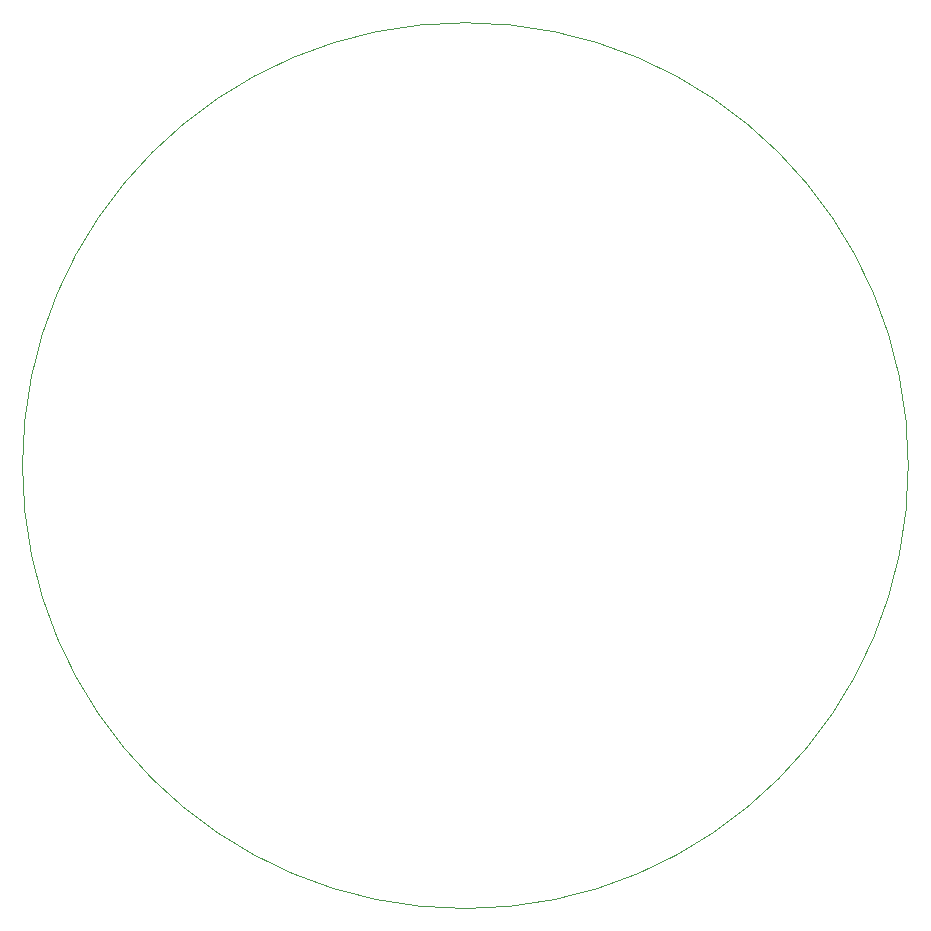
<source format=gbr>
G04 #@! TF.GenerationSoftware,KiCad,Pcbnew,(6.0.0-rc1-dev-305-gf0b8b2136)*
G04 #@! TF.CreationDate,2019-08-02T16:00:19-06:00*
G04 #@! TF.ProjectId,Gateway01,4761746577617930312E6B696361645F,rev?*
G04 #@! TF.SameCoordinates,Original*
G04 #@! TF.FileFunction,Profile,NP*
%FSLAX46Y46*%
G04 Gerber Fmt 4.6, Leading zero omitted, Abs format (unit mm)*
G04 Created by KiCad (PCBNEW (6.0.0-rc1-dev-305-gf0b8b2136)) date 08/02/19 16:00:19*
%MOMM*%
%LPD*%
G01*
G04 APERTURE LIST*
%ADD10C,0.050000*%
G04 APERTURE END LIST*
D10*
X131352000Y-97250000D02*
G75*
G03X131352000Y-97250000I-37500000J0D01*
G01*
M02*

</source>
